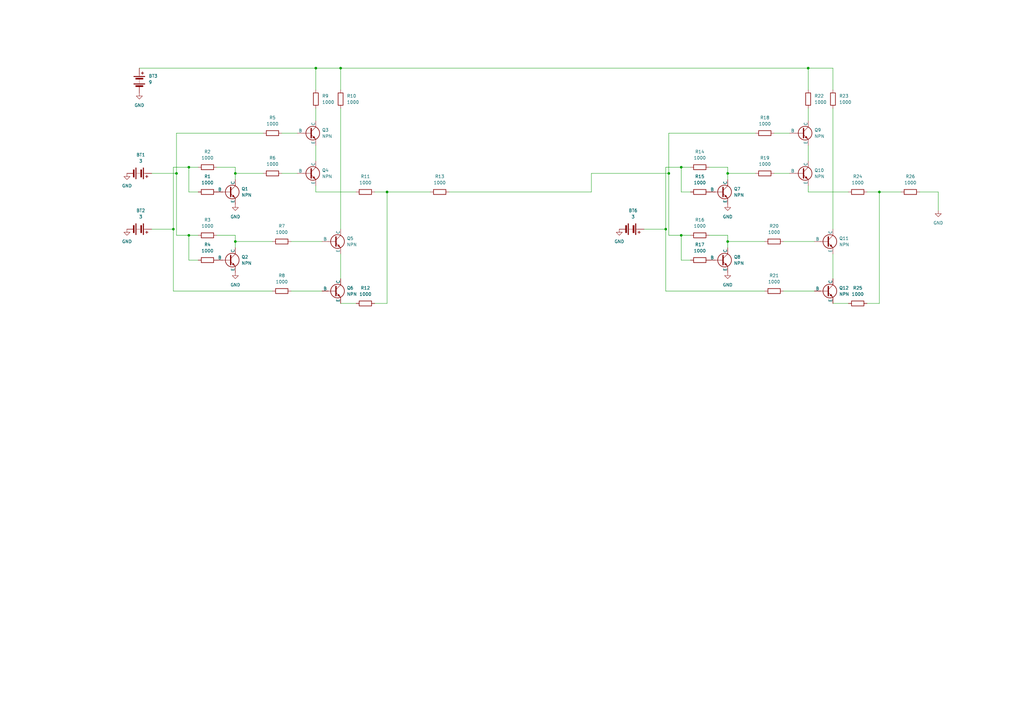
<source format=kicad_sch>
(kicad_sch (version 20230121) (generator eeschema)
  (paper "A3")
  (lib_symbols
    (symbol "Device:Battery" (pin_numbers hide) (pin_names (offset 0) hide)
      (property "Reference" "BT" (at 2.54 2.54 0))
      (property "Value" "Battery" (at 2.54 0 0))
      (symbol "Battery_0_1"
        (rectangle (start -2.286 -1.27) (end 2.286 -1.524) (fill (type outline)))
        (rectangle (start -2.286 1.778) (end 2.286 1.524) (fill (type outline)))
        (rectangle (start -1.524 -2.032) (end 1.524 -2.54) (fill (type outline)))
        (rectangle (start -1.524 1.016) (end 1.524 0.508) (fill (type outline)))
        (polyline (pts (xy 0 -1.016) (xy 0 -0.762)))
        (polyline (pts (xy 0 -0.508) (xy 0 -0.254)))
        (polyline (pts (xy 0 0) (xy 0 0.254)))
        (polyline (pts (xy 0 1.778) (xy 0 2.54)))
        (polyline (pts (xy 0.762 3.048) (xy 1.778 3.048)) (stroke (width 0.254)))
        (polyline (pts (xy 1.27 3.556) (xy 1.27 2.54)) (stroke (width 0.254)))
      )
      (symbol "Battery_1_1"
        (pin passive line (at 0 5.08 270) (length 2.54) (name "+") (number "1"))
        (pin passive line (at 0 -5.08 90) (length 2.54) (name "-") (number "2"))
      )
    )
    (symbol "Device:R" (pin_numbers hide) (pin_names (offset 0))
      (property "Reference" "R" (at 2.032 0 90))
      (property "Value" "R" (at 0 0 90))
      (symbol "R_0_1"
        (rectangle (start -1.016 -2.54) (end 1.016 2.54) (stroke (width 0.254)))
      )
      (symbol "R_1_1"
        (pin passive line (at 0 3.81 270) (length 1.27) (name "~") (number "1"))
        (pin passive line (at 0 -3.81 90) (length 1.27) (name "~") (number "2"))
      )
    )
    (symbol "Simulation_SPICE:NPN" (pin_numbers hide) (pin_names (offset 0))
      (property "Reference" "Q" (at -2.54 7.62 0))
      (property "Value" "NPN" (at -2.54 5.08 0))
      (symbol "NPN_0_1"
        (polyline (pts (xy -2.54 0) (xy 0.635 0)) (stroke (width 0.1524)))
        (polyline (pts (xy 0.635 0.635) (xy 2.54 2.54)))
        (polyline (pts (xy 2.794 -1.27) (xy 2.794 -1.27)) (stroke (width 0.1524)))
        (polyline (pts (xy 2.794 -1.27) (xy 2.794 -1.27)) (stroke (width 0.1524)))
        (polyline (pts (xy 0.635 -0.635) (xy 2.54 -2.54) (xy 2.54 -2.54)))
        (polyline (pts (xy 0.635 1.905) (xy 0.635 -1.905) (xy 0.635 -1.905)) (stroke (width 0.508)))
        (polyline (pts (xy 1.27 -1.778) (xy 1.778 -1.27) (xy 2.286 -2.286) (xy 1.27 -1.778) (xy 1.27 -1.778)) (fill (type outline)))
        (circle (center 1.27 0) (radius 2.8194) (stroke (width 0.254)))
      )
      (symbol "NPN_1_1"
        (pin open_collector line (at 2.54 5.08 270) (length 2.54) (name "C") (number "1"))
        (pin input line (at -5.08 0 0) (length 2.54) (name "B") (number "2"))
        (pin open_emitter line (at 2.54 -5.08 90) (length 2.54) (name "E") (number "3"))
      )
    )
    (symbol "power:GND" (power) (pin_names (offset 0))
      (property "Value" "GND" (at 0 -3.81 0))
      (symbol "GND_0_1"
        (polyline (pts (xy 0 0) (xy 0 -1.27) (xy 1.27 -1.27) (xy 0 -2.54) (xy -1.27 -1.27) (xy 0 -1.27)))
      )
      (symbol "GND_1_1"
        (pin power_in line (at 0 0 270) (length 0) hide (name "GND") (number "1"))
      )
    )
  )
  (junction (at 96.52 99.06))
  (junction (at 274.32 71.12))
  (junction (at 77.47 68.58))
  (junction (at 139.7 27.94))
  (junction (at 298.45 71.12))
  (junction (at 360.68 78.74))
  (junction (at 71.12 93.98))
  (junction (at 77.47 96.52))
  (junction (at 273.05 93.98))
  (junction (at 331.47 27.94))
  (junction (at 158.75 78.74))
  (junction (at 279.4 96.52))
  (junction (at 129.54 27.94))
  (junction (at 96.52 71.12))
  (junction (at 298.45 99.06))
  (junction (at 279.4 68.58))
  (junction (at 72.39 71.12))
  (wire (pts (xy 341.63 124.46) (xy 347.98 124.46)))
  (wire (pts (xy 146.05 78.74) (xy 129.54 78.74)))
  (wire (pts (xy 264.16 93.98) (xy 273.05 93.98)))
  (wire (pts (xy 279.4 96.52) (xy 279.4 106.68)))
  (wire (pts (xy 71.12 93.98) (xy 71.12 119.38)))
  (wire (pts (xy 298.45 68.58) (xy 298.45 71.12)))
  (wire (pts (xy 96.52 99.06) (xy 111.76 99.06)))
  (wire (pts (xy 341.63 27.94) (xy 341.63 36.83)))
  (wire (pts (xy 158.75 78.74) (xy 153.67 78.74)))
  (wire (pts (xy 129.54 27.94) (xy 129.54 36.83)))
  (wire (pts (xy 77.47 96.52) (xy 77.47 106.68)))
  (wire (pts (xy 298.45 71.12) (xy 309.88 71.12)))
  (wire (pts (xy 129.54 59.69) (xy 129.54 66.04)))
  (wire (pts (xy 279.4 78.74) (xy 283.21 78.74)))
  (wire (pts (xy 72.39 54.61) (xy 72.39 71.12)))
  (wire (pts (xy 129.54 78.74) (xy 129.54 76.2)))
  (wire (pts (xy 77.47 78.74) (xy 81.28 78.74)))
  (wire (pts (xy 71.12 119.38) (xy 111.76 119.38)))
  (wire (pts (xy 129.54 27.94) (xy 139.7 27.94)))
  (wire (pts (xy 96.52 71.12) (xy 107.95 71.12)))
  (wire (pts (xy 77.47 68.58) (xy 77.47 78.74)))
  (wire (pts (xy 88.9 96.52) (xy 96.52 96.52)))
  (wire (pts (xy 274.32 54.61) (xy 274.32 71.12)))
  (wire (pts (xy 184.15 78.74) (xy 242.57 78.74)))
  (wire (pts (xy 96.52 68.58) (xy 96.52 71.12)))
  (wire (pts (xy 331.47 27.94) (xy 341.63 27.94)))
  (wire (pts (xy 273.05 119.38) (xy 313.69 119.38)))
  (wire (pts (xy 139.7 124.46) (xy 146.05 124.46)))
  (wire (pts (xy 77.47 96.52) (xy 81.28 96.52)))
  (wire (pts (xy 119.38 119.38) (xy 132.08 119.38)))
  (wire (pts (xy 341.63 44.45) (xy 341.63 93.98)))
  (wire (pts (xy 96.52 96.52) (xy 96.52 99.06)))
  (wire (pts (xy 153.67 124.46) (xy 158.75 124.46)))
  (wire (pts (xy 158.75 124.46) (xy 158.75 78.74)))
  (wire (pts (xy 298.45 99.06) (xy 298.45 101.6)))
  (wire (pts (xy 129.54 44.45) (xy 129.54 49.53)))
  (wire (pts (xy 298.45 71.12) (xy 298.45 73.66)))
  (wire (pts (xy 62.23 71.12) (xy 72.39 71.12)))
  (wire (pts (xy 96.52 71.12) (xy 96.52 73.66)))
  (wire (pts (xy 139.7 44.45) (xy 139.7 93.98)))
  (wire (pts (xy 273.05 93.98) (xy 273.05 119.38)))
  (wire (pts (xy 139.7 114.3) (xy 139.7 104.14)))
  (wire (pts (xy 331.47 44.45) (xy 331.47 49.53)))
  (wire (pts (xy 377.19 78.74) (xy 384.81 78.74)))
  (wire (pts (xy 331.47 27.94) (xy 331.47 36.83)))
  (wire (pts (xy 360.68 124.46) (xy 360.68 78.74)))
  (wire (pts (xy 274.32 71.12) (xy 274.32 96.52)))
  (wire (pts (xy 341.63 114.3) (xy 341.63 104.14)))
  (wire (pts (xy 72.39 96.52) (xy 77.47 96.52)))
  (wire (pts (xy 242.57 71.12) (xy 274.32 71.12)))
  (wire (pts (xy 71.12 68.58) (xy 77.47 68.58)))
  (wire (pts (xy 298.45 96.52) (xy 298.45 99.06)))
  (wire (pts (xy 77.47 106.68) (xy 81.28 106.68)))
  (wire (pts (xy 115.57 71.12) (xy 121.92 71.12)))
  (wire (pts (xy 72.39 71.12) (xy 72.39 96.52)))
  (wire (pts (xy 298.45 99.06) (xy 313.69 99.06)))
  (wire (pts (xy 88.9 68.58) (xy 96.52 68.58)))
  (wire (pts (xy 355.6 124.46) (xy 360.68 124.46)))
  (wire (pts (xy 279.4 68.58) (xy 283.21 68.58)))
  (wire (pts (xy 279.4 68.58) (xy 279.4 78.74)))
  (wire (pts (xy 96.52 99.06) (xy 96.52 101.6)))
  (wire (pts (xy 71.12 93.98) (xy 71.12 68.58)))
  (wire (pts (xy 360.68 78.74) (xy 369.57 78.74)))
  (wire (pts (xy 279.4 96.52) (xy 283.21 96.52)))
  (wire (pts (xy 158.75 78.74) (xy 176.53 78.74)))
  (wire (pts (xy 384.81 78.74) (xy 384.81 86.36)))
  (wire (pts (xy 279.4 106.68) (xy 283.21 106.68)))
  (wire (pts (xy 77.47 68.58) (xy 81.28 68.58)))
  (wire (pts (xy 274.32 54.61) (xy 309.88 54.61)))
  (wire (pts (xy 119.38 99.06) (xy 132.08 99.06)))
  (wire (pts (xy 273.05 68.58) (xy 279.4 68.58)))
  (wire (pts (xy 331.47 59.69) (xy 331.47 66.04)))
  (wire (pts (xy 347.98 78.74) (xy 331.47 78.74)))
  (wire (pts (xy 321.31 119.38) (xy 334.01 119.38)))
  (wire (pts (xy 72.39 54.61) (xy 107.95 54.61)))
  (wire (pts (xy 139.7 27.94) (xy 331.47 27.94)))
  (wire (pts (xy 62.23 93.98) (xy 71.12 93.98)))
  (wire (pts (xy 273.05 93.98) (xy 273.05 68.58)))
  (wire (pts (xy 274.32 96.52) (xy 279.4 96.52)))
  (wire (pts (xy 321.31 99.06) (xy 334.01 99.06)))
  (wire (pts (xy 317.5 54.61) (xy 323.85 54.61)))
  (wire (pts (xy 317.5 71.12) (xy 323.85 71.12)))
  (wire (pts (xy 290.83 96.52) (xy 298.45 96.52)))
  (wire (pts (xy 331.47 78.74) (xy 331.47 76.2)))
  (wire (pts (xy 290.83 68.58) (xy 298.45 68.58)))
  (wire (pts (xy 115.57 54.61) (xy 121.92 54.61)))
  (wire (pts (xy 242.57 78.74) (xy 242.57 71.12)))
  (wire (pts (xy 139.7 27.94) (xy 139.7 36.83)))
  (wire (pts (xy 360.68 78.74) (xy 355.6 78.74)))
  (wire (pts (xy 57.15 27.94) (xy 129.54 27.94)))
  (symbol (lib_id "Simulation_SPICE:NPN") (at 127 71.12 0) (unit 1)
    (property "Reference" "Q4" (at 132.08 69.85 0) (effects (justify left)))
    (property "Value" "NPN" (at 132.08 72.39 0) (effects (justify left)))
    (property "Sim.Device" "NPN" (effects hide))
    (property "Sim.Type" "GUMMELPOON" (effects hide))
    (property "Sim.Pins" "1=C 2=B 3=E" (effects hide))
  )
  (symbol (lib_id "Device:R") (at 287.02 106.68 90) (unit 1)
    (property "Reference" "R17" (at 287.02 100.33 90))
    (property "Value" "1000" (at 287.02 102.87 90))
  )
  (symbol (lib_id "Device:Battery") (at 259.08 93.98 270) (unit 1)
    (property "Reference" "BT6" (at 259.6515 86.36 90))
    (property "Value" "3" (at 259.6515 88.9 90))
    (property "Sim.Device" "V" (effects hide))
    (property "Sim.Type" "DC" (effects hide))
    (property "Sim.Pins" "1=+ 2=-" (effects hide))
    (property "Sim.Params" "dc=3" (effects hide))
  )
  (symbol (lib_id "power:GND") (at 254 93.98 0) (unit 1)
    (property "Reference" "#PWR08" (effects hide))
    (property "Value" "GND" (at 254 99.06 0))
  )
  (symbol (lib_id "Device:R") (at 180.34 78.74 90) (unit 1)
    (property "Reference" "R13" (at 180.34 72.39 90))
    (property "Value" "1000" (at 180.34 74.93 90))
  )
  (symbol (lib_id "Device:Battery") (at 57.15 33.02 0) (unit 1)
    (property "Reference" "BT3" (at 60.96 31.1785 0) (effects (justify left)))
    (property "Value" "9" (at 60.96 33.7185 0) (effects (justify left)))
    (property "Sim.Device" "V" (effects hide))
    (property "Sim.Type" "DC" (effects hide))
    (property "Sim.Pins" "1=+ 2=-" (effects hide))
    (property "Sim.Params" "dc=9" (effects hide))
  )
  (symbol (lib_id "Device:R") (at 287.02 96.52 90) (unit 1)
    (property "Reference" "R16" (at 287.02 90.17 90))
    (property "Value" "1000" (at 287.02 92.71 90))
  )
  (symbol (lib_id "Device:Battery") (at 57.15 71.12 270) (unit 1)
    (property "Reference" "BT1" (at 57.7215 63.5 90))
    (property "Value" "3" (at 57.7215 66.04 90))
    (property "Sim.Device" "V" (effects hide))
    (property "Sim.Type" "DC" (effects hide))
    (property "Sim.Pins" "1=+ 2=-" (effects hide))
    (property "Sim.Params" "dc=3" (effects hide))
  )
  (symbol (lib_id "Simulation_SPICE:NPN") (at 127 54.61 0) (unit 1)
    (property "Reference" "Q3" (at 132.08 53.34 0) (effects (justify left)))
    (property "Value" "NPN" (at 132.08 55.88 0) (effects (justify left)))
    (property "Sim.Device" "NPN" (effects hide))
    (property "Sim.Type" "GUMMELPOON" (effects hide))
    (property "Sim.Pins" "1=C 2=B 3=E" (effects hide))
  )
  (symbol (lib_id "Device:R") (at 149.86 124.46 90) (unit 1)
    (property "Reference" "R12" (at 149.86 118.11 90))
    (property "Value" "1000" (at 149.86 120.65 90))
  )
  (symbol (lib_id "power:GND") (at 96.52 83.82 0) (unit 1)
    (property "Reference" "#PWR04" (effects hide))
    (property "Value" "GND" (at 96.52 88.9 0))
  )
  (symbol (lib_id "Device:R") (at 115.57 99.06 90) (unit 1)
    (property "Reference" "R7" (at 115.57 92.71 90))
    (property "Value" "1000" (at 115.57 95.25 90))
  )
  (symbol (lib_id "Device:R") (at 317.5 99.06 90) (unit 1)
    (property "Reference" "R20" (at 317.5 92.71 90))
    (property "Value" "1000" (at 317.5 95.25 90))
  )
  (symbol (lib_id "Device:R") (at 373.38 78.74 90) (unit 1)
    (property "Reference" "R26" (at 373.38 72.39 90))
    (property "Value" "1000" (at 373.38 74.93 90))
  )
  (symbol (lib_id "Device:R") (at 287.02 68.58 90) (unit 1)
    (property "Reference" "R14" (at 287.02 62.23 90))
    (property "Value" "1000" (at 287.02 64.77 90))
  )
  (symbol (lib_id "Device:R") (at 351.79 124.46 90) (unit 1)
    (property "Reference" "R25" (at 351.79 118.11 90))
    (property "Value" "1000" (at 351.79 120.65 90))
  )
  (symbol (lib_id "power:GND") (at 57.15 38.1 0) (unit 1)
    (property "Reference" "#PWR03" (effects hide))
    (property "Value" "GND" (at 57.15 43.18 0))
  )
  (symbol (lib_id "power:GND") (at 384.81 86.36 0) (unit 1)
    (property "Reference" "#PWR012" (effects hide))
    (property "Value" "GND" (at 384.81 91.44 0))
  )
  (symbol (lib_id "Simulation_SPICE:NPN") (at 328.93 54.61 0) (unit 1)
    (property "Reference" "Q9" (at 334.01 53.34 0) (effects (justify left)))
    (property "Value" "NPN" (at 334.01 55.88 0) (effects (justify left)))
    (property "Sim.Device" "NPN" (effects hide))
    (property "Sim.Type" "GUMMELPOON" (effects hide))
    (property "Sim.Pins" "1=C 2=B 3=E" (effects hide))
  )
  (symbol (lib_id "Simulation_SPICE:NPN") (at 295.91 106.68 0) (unit 1)
    (property "Reference" "Q8" (at 300.99 105.41 0) (effects (justify left)))
    (property "Value" "NPN" (at 300.99 107.95 0) (effects (justify left)))
    (property "Sim.Device" "NPN" (effects hide))
    (property "Sim.Type" "GUMMELPOON" (effects hide))
    (property "Sim.Pins" "1=C 2=B 3=E" (effects hide))
  )
  (symbol (lib_id "Device:R") (at 351.79 78.74 90) (unit 1)
    (property "Reference" "R24" (at 351.79 72.39 90))
    (property "Value" "1000" (at 351.79 74.93 90))
  )
  (symbol (lib_id "Simulation_SPICE:NPN") (at 339.09 99.06 0) (unit 1)
    (property "Reference" "Q11" (at 344.17 97.79 0) (effects (justify left)))
    (property "Value" "NPN" (at 344.17 100.33 0) (effects (justify left)))
    (property "Sim.Device" "NPN" (effects hide))
    (property "Sim.Type" "GUMMELPOON" (effects hide))
    (property "Sim.Pins" "1=C 2=B 3=E" (effects hide))
  )
  (symbol (lib_id "Device:R") (at 85.09 106.68 90) (unit 1)
    (property "Reference" "R4" (at 85.09 100.33 90))
    (property "Value" "1000" (at 85.09 102.87 90))
  )
  (symbol (lib_id "Device:Battery") (at 57.15 93.98 270) (unit 1)
    (property "Reference" "BT2" (at 57.7215 86.36 90))
    (property "Value" "3" (at 57.7215 88.9 90))
    (property "Sim.Device" "V" (effects hide))
    (property "Sim.Type" "DC" (effects hide))
    (property "Sim.Pins" "1=+ 2=-" (effects hide))
    (property "Sim.Params" "dc=3" (effects hide))
  )
  (symbol (lib_id "Device:R") (at 313.69 54.61 90) (unit 1)
    (property "Reference" "R18" (at 313.69 48.26 90))
    (property "Value" "1000" (at 313.69 50.8 90))
  )
  (symbol (lib_id "Device:R") (at 317.5 119.38 90) (unit 1)
    (property "Reference" "R21" (at 317.5 113.03 90))
    (property "Value" "1000" (at 317.5 115.57 90))
  )
  (symbol (lib_id "Device:R") (at 111.76 54.61 90) (unit 1)
    (property "Reference" "R5" (at 111.76 48.26 90))
    (property "Value" "1000" (at 111.76 50.8 90))
  )
  (symbol (lib_id "Device:R") (at 85.09 96.52 90) (unit 1)
    (property "Reference" "R3" (at 85.09 90.17 90))
    (property "Value" "1000" (at 85.09 92.71 90))
  )
  (symbol (lib_id "Device:R") (at 85.09 68.58 90) (unit 1)
    (property "Reference" "R2" (at 85.09 62.23 90))
    (property "Value" "1000" (at 85.09 64.77 90))
  )
  (symbol (lib_id "Simulation_SPICE:NPN") (at 295.91 78.74 0) (unit 1)
    (property "Reference" "Q7" (at 300.99 77.47 0) (effects (justify left)))
    (property "Value" "NPN" (at 300.99 80.01 0) (effects (justify left)))
    (property "Sim.Device" "NPN" (effects hide))
    (property "Sim.Type" "GUMMELPOON" (effects hide))
    (property "Sim.Pins" "1=C 2=B 3=E" (effects hide))
  )
  (symbol (lib_id "power:GND") (at 96.52 111.76 0) (unit 1)
    (property "Reference" "#PWR05" (effects hide))
    (property "Value" "GND" (at 96.52 116.84 0))
  )
  (symbol (lib_id "Device:R") (at 115.57 119.38 90) (unit 1)
    (property "Reference" "R8" (at 115.57 113.03 90))
    (property "Value" "1000" (at 115.57 115.57 90))
  )
  (symbol (lib_id "power:GND") (at 298.45 111.76 0) (unit 1)
    (property "Reference" "#PWR011" (effects hide))
    (property "Value" "GND" (at 298.45 116.84 0))
  )
  (symbol (lib_id "Device:R") (at 313.69 71.12 90) (unit 1)
    (property "Reference" "R19" (at 313.69 64.77 90))
    (property "Value" "1000" (at 313.69 67.31 90))
  )
  (symbol (lib_id "Simulation_SPICE:NPN") (at 339.09 119.38 0) (unit 1)
    (property "Reference" "Q12" (at 344.17 118.11 0) (effects (justify left)))
    (property "Value" "NPN" (at 344.17 120.65 0) (effects (justify left)))
    (property "Sim.Device" "NPN" (effects hide))
    (property "Sim.Type" "GUMMELPOON" (effects hide))
    (property "Sim.Pins" "1=C 2=B 3=E" (effects hide))
  )
  (symbol (lib_id "Simulation_SPICE:NPN") (at 137.16 99.06 0) (unit 1)
    (property "Reference" "Q5" (at 142.24 97.79 0) (effects (justify left)))
    (property "Value" "NPN" (at 142.24 100.33 0) (effects (justify left)))
    (property "Sim.Device" "NPN" (effects hide))
    (property "Sim.Type" "GUMMELPOON" (effects hide))
    (property "Sim.Pins" "1=C 2=B 3=E" (effects hide))
  )
  (symbol (lib_id "Device:R") (at 129.54 40.64 0) (unit 1)
    (property "Reference" "R9" (at 132.08 39.37 0) (effects (justify left)))
    (property "Value" "1000" (at 132.08 41.91 0) (effects (justify left)))
  )
  (symbol (lib_id "Simulation_SPICE:NPN") (at 93.98 106.68 0) (unit 1)
    (property "Reference" "Q2" (at 99.06 105.41 0) (effects (justify left)))
    (property "Value" "NPN" (at 99.06 107.95 0) (effects (justify left)))
    (property "Sim.Device" "NPN" (effects hide))
    (property "Sim.Type" "GUMMELPOON" (effects hide))
    (property "Sim.Pins" "1=C 2=B 3=E" (effects hide))
  )
  (symbol (lib_id "Device:R") (at 85.09 78.74 90) (unit 1)
    (property "Reference" "R1" (at 85.09 72.39 90))
    (property "Value" "1000" (at 85.09 74.93 90))
  )
  (symbol (lib_id "Device:R") (at 287.02 78.74 90) (unit 1)
    (property "Reference" "R15" (at 287.02 72.39 90))
    (property "Value" "1000" (at 287.02 74.93 90))
  )
  (symbol (lib_id "Device:R") (at 139.7 40.64 0) (unit 1)
    (property "Reference" "R10" (at 142.24 39.37 0) (effects (justify left)))
    (property "Value" "1000" (at 142.24 41.91 0) (effects (justify left)))
  )
  (symbol (lib_id "power:GND") (at 298.45 83.82 0) (unit 1)
    (property "Reference" "#PWR010" (effects hide))
    (property "Value" "GND" (at 298.45 88.9 0))
  )
  (symbol (lib_id "Device:R") (at 149.86 78.74 90) (unit 1)
    (property "Reference" "R11" (at 149.86 72.39 90))
    (property "Value" "1000" (at 149.86 74.93 90))
  )
  (symbol (lib_id "Simulation_SPICE:NPN") (at 93.98 78.74 0) (unit 1)
    (property "Reference" "Q1" (at 99.06 77.47 0) (effects (justify left)))
    (property "Value" "NPN" (at 99.06 80.01 0) (effects (justify left)))
    (property "Sim.Device" "NPN" (effects hide))
    (property "Sim.Type" "GUMMELPOON" (effects hide))
    (property "Sim.Pins" "1=C 2=B 3=E" (effects hide))
  )
  (symbol (lib_id "Simulation_SPICE:NPN") (at 328.93 71.12 0) (unit 1)
    (property "Reference" "Q10" (at 334.01 69.85 0) (effects (justify left)))
    (property "Value" "NPN" (at 334.01 72.39 0) (effects (justify left)))
    (property "Sim.Device" "NPN" (effects hide))
    (property "Sim.Type" "GUMMELPOON" (effects hide))
    (property "Sim.Pins" "1=C 2=B 3=E" (effects hide))
  )
  (symbol (lib_id "power:GND") (at 52.07 71.12 0) (unit 1)
    (property "Reference" "#PWR01" (effects hide))
    (property "Value" "GND" (at 52.07 76.2 0))
  )
  (symbol (lib_id "Device:R") (at 331.47 40.64 0) (unit 1)
    (property "Reference" "R22" (at 334.01 39.37 0) (effects (justify left)))
    (property "Value" "1000" (at 334.01 41.91 0) (effects (justify left)))
  )
  (symbol (lib_id "power:GND") (at 52.07 93.98 0) (unit 1)
    (property "Reference" "#PWR02" (effects hide))
    (property "Value" "GND" (at 52.07 99.06 0))
  )
  (symbol (lib_id "Simulation_SPICE:NPN") (at 137.16 119.38 0) (unit 1)
    (property "Reference" "Q6" (at 142.24 118.11 0) (effects (justify left)))
    (property "Value" "NPN" (at 142.24 120.65 0) (effects (justify left)))
    (property "Sim.Device" "NPN" (effects hide))
    (property "Sim.Type" "GUMMELPOON" (effects hide))
    (property "Sim.Pins" "1=C 2=B 3=E" (effects hide))
  )
  (symbol (lib_id "Device:R") (at 111.76 71.12 90) (unit 1)
    (property "Reference" "R6" (at 111.76 64.77 90))
    (property "Value" "1000" (at 111.76 67.31 90))
  )
  (symbol (lib_id "Device:R") (at 341.63 40.64 0) (unit 1)
    (property "Reference" "R23" (at 344.17 39.37 0) (effects (justify left)))
    (property "Value" "1000" (at 344.17 41.91 0) (effects (justify left)))
  )
)
</source>
